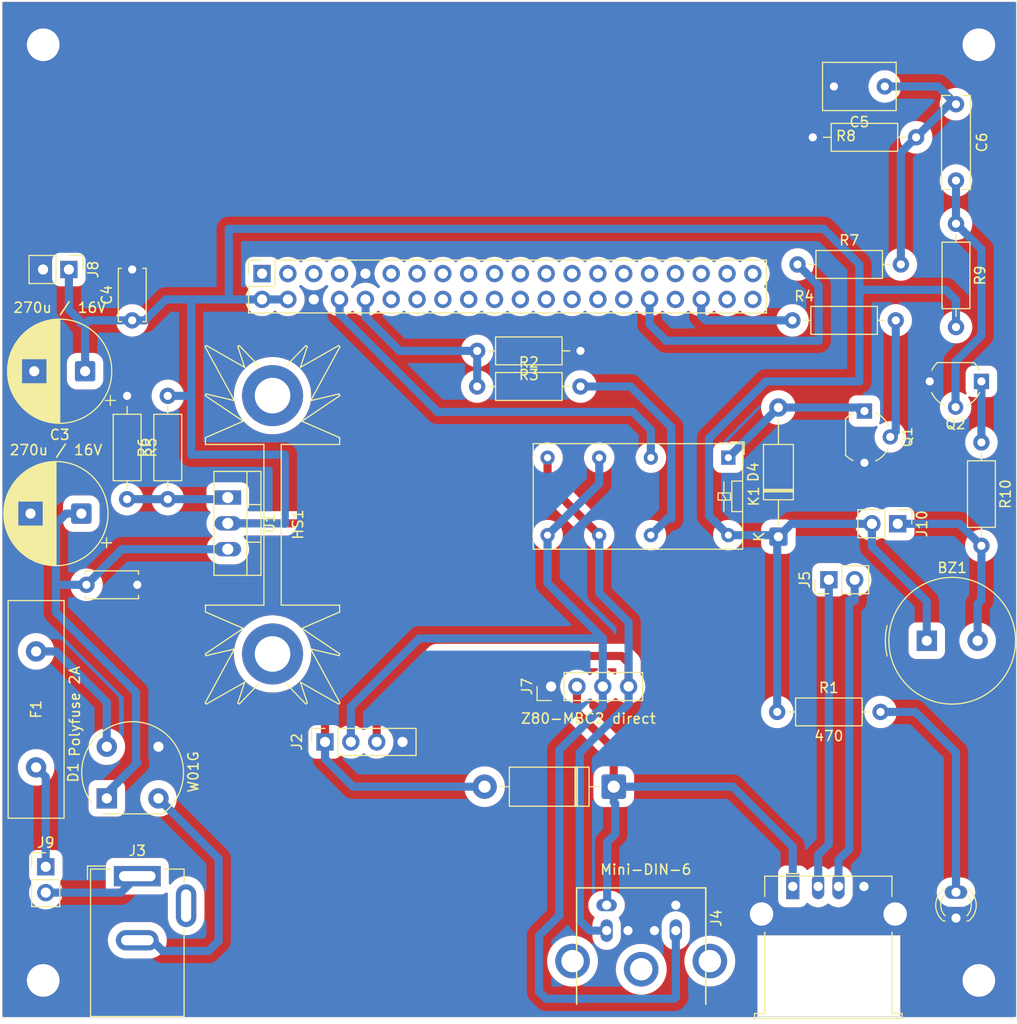
<source format=kicad_pcb>
(kicad_pcb (version 20241229) (generator "pcbnew") (generator_version "9.0")
  (title_block (date "15 nov 2012"))
  (layers (0 "F.Cu" signal) (2 "B.Cu" signal) (13 "F.Paste" user) (15 "B.Paste" user) (5 "F.SilkS" user "F.Silkscreen") (7 "B.SilkS" user "B.Silkscreen") (1 "F.Mask" user) (3 "B.Mask" user) (25 "Edge.Cuts" user))
  (net 0 "")
  (net 1 "GND")
  (net 2 "/GPIO2{slash}SDA1")
  (net 3 "/GPIO3{slash}SCL1")
  (net 4 "/GPIO4{slash}GPCLK0")
  (net 5 "/GPIO14{slash}TXD0")
  (net 6 "/GPIO15{slash}RXD0")
  (net 7 "/GPIO17")
  (net 8 "/GPIO18{slash}PCM.CLK")
  (net 9 "/GPIO27")
  (net 10 "/GPIO22")
  (net 11 "/GPIO23")
  (net 12 "/GPIO26")
  (net 13 "/GPIO24")
  (net 14 "/GPIO10{slash}SPI0.MOSI")
  (net 15 "/GPIO9{slash}SPI0.MISO")
  (net 16 "/GPIO25")
  (net 17 "/GPIO11{slash}SPI0.SCLK")
  (net 18 "/GPIO8{slash}SPI0.CE0")
  (net 19 "/GPIO7{slash}SPI0.CE1")
  (net 20 "/ID_SDA")
  (net 21 "/ID_SCL")
  (net 22 "/GPIO5")
  (net 23 "/GPIO6")
  (net 24 "Net-(C5-Pad1)")
  (net 25 "/GPIO13{slash}PWM1")
  (net 26 "/GPIO19{slash}PCM.FS")
  (net 27 "/GPIO16")
  (net 28 "/GPIO20{slash}PCM.DIN")
  (net 29 "/GPIO21{slash}PCM.DOUT")
  (net 30 "+5V")
  (net 31 "+3V3")
  (net 35 "Net-(D1-+)")
  (net 36 "Net-(J3-Ext)")
  (net 37 "Net-(D1-Pad4)")
  (net 38 "Net-(J3-In)")
  (net 39 "Net-(J5-Pin_1)")
  (net 40 "Net-(J5-Pin_2)")
  (net 41 "Net-(D3-K)")
  (net 48 "Net-(J9-Pin_1)")
  (net 49 "Net-(J2-Pin_3)")
  (net 50 "Net-(J2-Pin_2)")
  (net 51 "Net-(D4-A)")
  (net 52 "Net-(Q1-B)")
  (net 53 "Net-(D2-A)")
  (net 54 "Net-(U1-ADJ)")
  (net 55 "Net-(Q2-B)")
  (net 56 "Sound")
  (net 57 "Net-(Q2-C)")
  (net 58 "Net-(K1-Pad13)")
  (net 59 "Net-(BZ1--)")
  (footprint "Connector_PinSocket_2.54mm:PinSocket_2x20_P2.54mm_Vertical" (layer "F.Cu") (at 124.77 95.4 90)
    (property "Reference" "J1" (hide yes))
    (property "Value" "GPIO" (hide yes))
    (pad "1" thru_hole rect (at 0 0 90) (size 1.7 1.7) (drill 1) (layers "*.Cu" "*.Mask") (net 31 "+3V3"))
    (pad "2" thru_hole oval (at -2.54 0 90) (size 1.7 1.7) (drill 1) (layers "*.Cu" "*.Mask") (net 30 "+5V"))
    (pad "3" thru_hole oval (at 0 2.54 90) (size 1.7 1.7) (drill 1) (layers "*.Cu" "*.Mask") (net 2 "/GPIO2{slash}SDA1"))
    (pad "4" thru_hole oval (at -2.54 2.54 90) (size 1.7 1.7) (drill 1) (layers "*.Cu" "*.Mask") (net 30 "+5V"))
    (pad "5" thru_hole oval (at 0 5.08 90) (size 1.7 1.7) (drill 1) (layers "*.Cu" "*.Mask") (net 3 "/GPIO3{slash}SCL1"))
    (pad "6" thru_hole oval (at -2.54 5.08 90) (size 1.7 1.7) (drill 1) (layers "*.Cu" "*.Mask") (net 1 "GND"))
    (pad "7" thru_hole oval (at 0 7.62 90) (size 1.7 1.7) (drill 1) (layers "*.Cu" "*.Mask") (net 4 "/GPIO4{slash}GPCLK0"))
    (pad "8" thru_hole oval (at -2.54 7.62 90) (size 1.7 1.7) (drill 1) (layers "*.Cu" "*.Mask") (net 5 "/GPIO14{slash}TXD0"))
    (pad "9" thru_hole oval (at 0 10.16 90) (size 1.7 1.7) (drill 1) (layers "*.Cu" "*.Mask") (net 1 "GND"))
    (pad "10" thru_hole oval (at -2.54 10.16 90) (size 1.7 1.7) (drill 1) (layers "*.Cu" "*.Mask") (net 6 "/GPIO15{slash}RXD0"))
    (pad "11" thru_hole oval (at 0 12.7 90) (size 1.7 1.7) (drill 1) (layers "*.Cu" "*.Mask") (net 7 "/GPIO17"))
    (pad "12" thru_hole oval (at -2.54 12.7 90) (size 1.7 1.7) (drill 1) (layers "*.Cu" "*.Mask") (net 8 "/GPIO18{slash}PCM.CLK"))
    (pad "13" thru_hole oval (at 0 15.24 90) (size 1.7 1.7) (drill 1) (layers "*.Cu" "*.Mask") (net 9 "/GPIO27"))
    (pad "14" thru_hole oval (at -2.54 15.24 90) (size 1.7 1.7) (drill 1) (layers "*.Cu" "*.Mask"))
    (pad "15" thru_hole oval (at 0 17.78 90) (size 1.7 1.7) (drill 1) (layers "*.Cu" "*.Mask") (net 10 "/GPIO22"))
    (pad "16" thru_hole oval (at -2.54 17.78 90) (size 1.7 1.7) (drill 1) (layers "*.Cu" "*.Mask") (net 11 "/GPIO23"))
    (pad "17" thru_hole oval (at 0 20.32 90) (size 1.7 1.7) (drill 1) (layers "*.Cu" "*.Mask"))
    (pad "18" thru_hole oval (at -2.54 20.32 90) (size 1.7 1.7) (drill 1) (layers "*.Cu" "*.Mask") (net 13 "/GPIO24"))
    (pad "19" thru_hole oval (at 0 22.86 90) (size 1.7 1.7) (drill 1) (layers "*.Cu" "*.Mask") (net 14 "/GPIO10{slash}SPI0.MOSI"))
    (pad "20" thru_hole oval (at -2.54 22.86 90) (size 1.7 1.7) (drill 1) (layers "*.Cu" "*.Mask"))
    (pad "21" thru_hole oval (at 0 25.4 90) (size 1.7 1.7) (drill 1) (layers "*.Cu" "*.Mask") (net 15 "/GPIO9{slash}SPI0.MISO"))
    (pad "22" thru_hole oval (at -2.54 25.4 90) (size 1.7 1.7) (drill 1) (layers "*.Cu" "*.Mask") (net 16 "/GPIO25"))
    (pad "23" thru_hole oval (at 0 27.94 90) (size 1.7 1.7) (drill 1) (layers "*.Cu" "*.Mask") (net 17 "/GPIO11{slash}SPI0.SCLK"))
    (pad "24" thru_hole oval (at -2.54 27.94 90) (size 1.7 1.7) (drill 1) (layers "*.Cu" "*.Mask") (net 18 "/GPIO8{slash}SPI0.CE0"))
    (pad "25" thru_hole oval (at 0 30.48 90) (size 1.7 1.7) (drill 1) (layers "*.Cu" "*.Mask"))
    (pad "26" thru_hole oval (at -2.54 30.48 90) (size 1.7 1.7) (drill 1) (layers "*.Cu" "*.Mask") (net 19 "/GPIO7{slash}SPI0.CE1"))
    (pad "27" thru_hole oval (at 0 33.02 90) (size 1.7 1.7) (drill 1) (layers "*.Cu" "*.Mask") (net 20 "/ID_SDA"))
    (pad "28" thru_hole oval (at -2.54 33.02 90) (size 1.7 1.7) (drill 1) (layers "*.Cu" "*.Mask") (net 21 "/ID_SCL"))
    (pad "29" thru_hole oval (at 0 35.56 90) (size 1.7 1.7) (drill 1) (layers "*.Cu" "*.Mask") (net 22 "/GPIO5"))
    (pad "30" thru_hole oval (at -2.54 35.56 90) (size 1.7 1.7) (drill 1) (layers "*.Cu" "*.Mask"))
    (pad "31" thru_hole oval (at 0 38.1 90) (size 1.7 1.7) (drill 1) (layers "*.Cu" "*.Mask") (net 23 "/GPIO6"))
    (pad "32" thru_hole oval (at -2.54 38.1 90) (size 1.7 1.7) (drill 1) (layers "*.Cu" "*.Mask") (net 56 "Sound"))
    (pad "33" thru_hole oval (at 0 40.64 90) (size 1.7 1.7) (drill 1) (layers "*.Cu" "*.Mask") (net 25 "/GPIO13{slash}PWM1"))
    (pad "34" thru_hole oval (at -2.54 40.64 90) (size 1.7 1.7) (drill 1) (layers "*.Cu" "*.Mask"))
    (pad "35" thru_hole oval (at 0 43.18 90) (size 1.7 1.7) (drill 1) (layers "*.Cu" "*.Mask") (net 26 "/GPIO19{slash}PCM.FS"))
    (pad "36" thru_hole oval (at -2.54 43.18 90) (size 1.7 1.7) (drill 1) (layers "*.Cu" "*.Mask") (net 27 "/GPIO16"))
    (pad "37" thru_hole oval (at 0 45.72 90) (size 1.7 1.7) (drill 1) (layers "*.Cu" "*.Mask") (net 12 "/GPIO26"))
    (pad "38" thru_hole oval (at -2.54 45.72 90) (size 1.7 1.7) (drill 1) (layers "*.Cu" "*.Mask") (net 28 "/GPIO20{slash}PCM.DIN"))
    (pad "39" thru_hole oval (at 0 48.26 90) (size 1.7 1.7) (drill 1) (layers "*.Cu" "*.Mask"))
    (pad "40" thru_hole oval (at -2.54 48.26 90) (size 1.7 1.7) (drill 1) (layers "*.Cu" "*.Mask") (net 29 "/GPIO21{slash}PCM.DOUT"))
  )
  (footprint "Resistor_THT:R_Axial_DIN0207_L6.3mm_D2.5mm_P10.16mm_Horizontal" (layer "F.Cu") (at 111.5 107.42 -90)
    (property "Reference" "R5" (at 5.08 -2.37 90) (layer "F.SilkS"))
    (property "Value" "720")
    (pad "1" thru_hole circle (at 0 0 270) (size 1.6 1.6) (drill 0.8) (layers "*.Cu" "*.Mask") (net 1 "GND"))
    (pad "2" thru_hole circle (at 10.16 0 270) (size 1.6 1.6) (drill 0.8) (layers "*.Cu" "*.Mask") (net 54 "Net-(U1-ADJ)"))
  )
  (footprint "MountingHole:MountingHole_3.2mm_M3" (layer "F.Cu") (at 103.25 164.9)
    (property "Reference" "H3" (hide yes))
    (property "Value" "MountingHole" (hide yes))
    (pad "" np_thru_hole circle (at 0 0) (size 3.2 3.2) (drill 3.2) (layers "*.Cu" "*.Mask"))
  )
  (footprint "Connector_PinSocket_2.54mm:PinSocket_1x04_P2.54mm_Vertical" (layer "F.Cu") (at 130.96 141.45 90)
    (property "Reference" "J2" (at 0 -2.77 90) (layer "F.SilkS"))
    (property "Value" "RS232" (hide yes))
    (pad "1" thru_hole rect (at 0 0 90) (size 1.7 1.7) (drill 1) (layers "*.Cu" "*.Mask") (net 30 "+5V"))
    (pad "2" thru_hole circle (at 0 2.54 90) (size 1.7 1.7) (drill 1) (layers "*.Cu" "*.Mask") (net 50 "Net-(J2-Pin_2)"))
    (pad "3" thru_hole circle (at 0 5.08 90) (size 1.7 1.7) (drill 1) (layers "*.Cu" "*.Mask") (net 49 "Net-(J2-Pin_3)"))
    (pad "4" thru_hole circle (at 0 7.62 90) (size 1.7 1.7) (drill 1) (layers "*.Cu" "*.Mask") (net 1 "GND"))
  )
  (footprint "Package_TO_SOT_THT:TO-92_Wide" (layer "F.Cu") (at 184 108.92 -90)
    (property "Reference" "Q1" (at 2.55 -4.19 90) (layer "F.SilkS"))
    (property "Value" "BC547")
    (pad "1" thru_hole rect (at 0 0 270) (size 1.5 1.5) (drill 0.8) (layers "*.Cu" "*.Mask") (net 51 "Net-(D4-A)"))
    (pad "2" thru_hole circle (at 2.54 -2.54 270) (size 1.5 1.5) (drill 0.8) (layers "*.Cu" "*.Mask") (net 52 "Net-(Q1-B)"))
    (pad "3" thru_hole circle (at 5.08 0 270) (size 1.5 1.5) (drill 0.8) (layers "*.Cu" "*.Mask") (net 1 "GND"))
  )
  (footprint "Capacitor_THT:C_Rect_L9.0mm_W2.6mm_P7.50mm_MKT" (layer "F.Cu") (at 193 78.75 -90)
    (property "Reference" "C6" (at 3.75 -2.55 90) (layer "F.SilkS"))
    (property "Value" "10u")
    (pad "1" thru_hole circle (at 0 0 270) (size 1.6 1.6) (drill 0.8) (layers "*.Cu" "*.Mask") (net 24 "Net-(C5-Pad1)"))
    (pad "2" thru_hole circle (at 7.5 0 270) (size 1.6 1.6) (drill 0.8) (layers "*.Cu" "*.Mask") (net 55 "Net-(Q2-B)"))
  )
  (footprint "Package_TO_SOT_THT:TO-220-3_Vertical" (layer "F.Cu") (at 121.4 117.42 -90)
    (property "Reference" "U1" (at 2.54 -4.1 90) (layer "F.SilkS"))
    (property "Value" "LM350_TO220")
    (pad "1" thru_hole rect (at 0 0 270) (size 1.4 2.6) (drill 1.1) (layers "*.Cu" "*.Mask") (net 54 "Net-(U1-ADJ)"))
    (pad "2" thru_hole oval (at 2.54 0 270) (size 1.4 2.6) (drill 1.1) (layers "*.Cu" "*.Mask") (net 30 "+5V"))
    (pad "3" thru_hole oval (at 5.08 0 270) (size 1.4 2.6) (drill 1.1) (layers "*.Cu" "*.Mask") (net 35 "Net-(D1-+)"))
  )
  (footprint "Capacitor_THT:C_Rect_L7.0mm_W4.5mm_P5.00mm" (layer "F.Cu") (at 186 77 180)
    (property "Reference" "C5" (at 2.5 -3.5 0) (layer "F.SilkS"))
    (property "Value" "33n")
    (pad "1" thru_hole circle (at 0 0 180) (size 1.6 1.6) (drill 0.8) (layers "*.Cu" "*.Mask") (net 24 "Net-(C5-Pad1)"))
    (pad "2" thru_hole circle (at 5 0 180) (size 1.6 1.6) (drill 0.8) (layers "*.Cu" "*.Mask") (net 1 "GND"))
  )
  (footprint "Capacitor_THT:CP_Radial_D10.0mm_P5.00mm" (layer "F.Cu") (at 107.367677 105 180)
    (property "Reference" "C3" (at 2.5 -6.25 0) (layer "F.SilkS"))
    (property "Value" "270u / 16V" (at 2.5 6.25 0) (layer "F.SilkS"))
    (pad "1" thru_hole roundrect (at 0 0 180) (size 2 2) (drill 1) (layers "*.Cu" "*.Mask") (roundrect_rratio 0.125) (net 30 "+5V"))
    (pad "2" thru_hole circle (at 5 0 180) (size 2 2) (drill 1) (layers "*.Cu" "*.Mask") (net 1 "GND"))
  )
  (footprint "Fuse:Fuse_Littelfuse-LVR125" (layer "F.Cu") (at 102.55 143.95 90)
    (property "Reference" "F1" (at 5.7 0 90) (layer "F.SilkS"))
    (property "Value" "Polyfuse 2A" (at 5.5 3.8 90) (layer "F.SilkS"))
    (pad "1" thru_hole circle (at 0 0 90) (size 2 2) (drill 1) (layers "*.Cu" "*.Mask") (net 48 "Net-(J9-Pin_1)"))
    (pad "2" thru_hole circle (at 11.4 0 90) (size 2 2) (drill 1) (layers "*.Cu" "*.Mask") (net 37 "Net-(D1-Pad4)"))
  )
  (footprint "Mini_DIN6:J_Mini-DIN-6" (layer "F.Cu") (at 162.05 168.5 180)
    (property "Reference" "J4" (at -7.3795 9.7252 90) (layer "F.SilkS"))
    (property "Value" "Mini-DIN-6" (at -0.45 14.5 0) (layer "F.SilkS"))
    (pad "1" thru_hole oval (at -1.3 8.5 180) (size 1.2 2.2) (drill 0.9) (layers "*.Cu" "*.Mask") (net 1 "GND"))
    (pad "2" thru_hole oval (at 1.3 8.5 180) (size 1.2 2.2) (drill 0.9) (layers "*.Cu" "*.Mask") (net 1 "GND"))
    (pad "3" thru_hole oval (at -3.4 8.5 180) (size 1.2 2.2) (drill 0.9) (layers "*.Cu" "*.Mask") (net 50 "Net-(J2-Pin_2)"))
    (pad "4" thru_hole oval (at 3.4 8.5 180) (size 1.2 2.2) (drill 0.9) (layers "*.Cu" "*.Mask") (net 49 "Net-(J2-Pin_3)"))
    (pad "5" thru_hole oval (at -3.4 11 180) (size 2 1.2) (drill 0.9) (layers "*.Cu" "*.Mask") (net 1 "GND"))
    (pad "6" thru_hole oval (at 3.4 11 180) (size 2 1.2) (drill 0.9) (layers "*.Cu" "*.Mask") (net 41 "Net-(D3-K)"))
    (pad "C1" thru_hole circle (at -6.75 5.5 180) (size 3.4 3.4) (drill 2.2) (layers "*.Cu" "*.Mask"))
    (pad "C2" thru_hole circle (at 6.75 5.5 180) (size 3.4 3.4) (drill 2.2) (layers "*.Cu" "*.Mask"))
    (pad "SH" thru_hole circle (at 0 4.7 180) (size 3.4 3.4) (drill 2.2) (layers "*.Cu" "*.Mask"))
  )
  (footprint "LED_THT:LED_D3.0mm" (layer "F.Cu") (at 193 158.77 90)
    (property "Reference" "D2" (hide yes))
    (property "Value" "Power")
    (pad "1" thru_hole rect (at 0 0 90) (size 1.3 2.2) (drill 0.9) (layers "*.Cu" "*.Mask") (net 1 "GND"))
    (pad "2" thru_hole oval (at 2.54 0 90) (size 1.3 2.2) (drill 0.9) (layers "*.Cu" "*.Mask") (net 53 "Net-(D2-A)"))
  )
  (footprint "Package_TO_SOT_THT:TO-92_Wide" (layer "F.Cu") (at 195.5 106 180)
    (property "Reference" "Q2" (at 2.55 -4.19 180) (layer "F.SilkS"))
    (property "Value" "BC550")
    (pad "1" thru_hole rect (at 0 0 180) (size 1.5 1.5) (drill 0.8) (layers "*.Cu" "*.Mask") (net 57 "Net-(Q2-C)"))
    (pad "2" thru_hole circle (at 2.54 -2.54 180) (size 1.5 1.5) (drill 0.8) (layers "*.Cu" "*.Mask") (net 55 "Net-(Q2-B)"))
    (pad "3" thru_hole circle (at 5.08 0 180) (size 1.5 1.5) (drill 0.8) (layers "*.Cu" "*.Mask") (net 1 "GND"))
  )
  (footprint "Resistor_THT:R_Axial_DIN0207_L6.3mm_D2.5mm_P10.16mm_Horizontal" (layer "F.Cu") (at 178.92 82)
    (property "Reference" "R8" (at 3.26 -0.13 0) (layer "F.SilkS"))
    (property "Value" "150")
    (pad "1" thru_hole circle (at 0 0) (size 1.6 1.6) (drill 0.8) (layers "*.Cu" "*.Mask") (net 1 "GND"))
    (pad "2" thru_hole circle (at 10.16 0) (size 1.6 1.6) (drill 0.8) (layers "*.Cu" "*.Mask") (net 24 "Net-(C5-Pad1)"))
  )
  (footprint "Resistor_THT:R_Axial_DIN0207_L6.3mm_D2.5mm_P10.16mm_Horizontal" (layer "F.Cu") (at 156.08 103 180)
    (property "Reference" "R3" (at 5.08 -2.37 0) (layer "F.SilkS"))
    (property "Value" "1.5k" (hide yes))
    (pad "1" thru_hole circle (at 0 0 180) (size 1.6 1.6) (drill 0.8) (layers "*.Cu" "*.Mask") (net 1 "GND"))
    (pad "2" thru_hole circle (at 10.16 0 180) (size 1.6 1.6) (drill 0.8) (layers "*.Cu" "*.Mask") (net 6 "/GPIO15{slash}RXD0"))
  )
  (footprint "MountingHole:MountingHole_3.2mm_M3" (layer "F.Cu") (at 195.25 72.9)
    (property "Reference" "H2" (hide yes))
    (property "Value" "MountingHole" (hide yes))
    (pad "" np_thru_hole circle (at 0 0) (size 3.2 3.2) (drill 3.2) (layers "*.Cu" "*.Mask"))
  )
  (footprint "Connector_PinHeader_2.54mm:PinHeader_1x02_P2.54mm_Vertical" (layer "F.Cu") (at 105.775 95 -90)
    (property "Reference" "J8" (at 0 -2.38 90) (layer "F.SilkS"))
    (property "Value" "LCD Power")
    (pad "1" thru_hole rect (at 0 0 270) (size 1.7 1.7) (drill 1) (layers "*.Cu" "*.Mask") (net 30 "+5V"))
    (pad "2" thru_hole circle (at 0 2.54 270) (size 1.7 1.7) (drill 1) (layers "*.Cu" "*.Mask") (net 1 "GND"))
  )
  (footprint "MountingHole:MountingHole_3.2mm_M3" (layer "F.Cu") (at 103.25 72.9)
    (property "Reference" "H1" (hide yes))
    (property "Value" "MountingHole" (hide yes))
    (pad "" np_thru_hole circle (at 0 0) (size 3.2 3.2) (drill 3.2) (layers "*.Cu" "*.Mask"))
  )
  (footprint "Connector_BarrelJack:BarrelJack_GCT_DCJ200-10-A_Horizontal" (layer "F.Cu") (at 112.5 154.65)
    (property "Reference" "J3" (at 0 -2.5 0) (layer "F.SilkS"))
    (property "Value" "Ext. Power max,. 9V DC/AC")
    (pad "1" thru_hole rect (at 0 0) (size 4.6 2) (drill oval 3.6 1) (layers "*.Cu" "*.Mask") (net 38 "Net-(J3-In)"))
    (pad "2" thru_hole oval (at 0 6.3) (size 4.2 2) (drill oval 3.2 1) (layers "*.Cu" "*.Mask") (net 36 "Net-(J3-Ext)"))
    (pad "3" thru_hole oval (at 4.8 2.9) (size 2 4.2) (drill oval 1 3.2) (layers "*.Cu" "*.Mask"))
  )
  (footprint "Relay_THT:Relay_DPDT_Omron_G5V-2" (layer "F.Cu") (at 170.62 113.5 -90)
    (property "Reference" "K1" (at 3.81 -2.5 90) (layer "F.SilkS"))
    (property "Value" "G5V-2" (hide yes))
    (pad "1" thru_hole rect (at 0 0 270) (size 1.4 1.4) (drill 0.7) (layers "*.Cu" "*.Mask") (net 51 "Net-(D4-A)"))
    (pad "4" thru_hole circle (at 0 7.62 270) (size 1.4 1.4) (drill 0.7) (layers "*.Cu" "*.Mask") (net 5 "/GPIO14{slash}TXD0"))
    (pad "6" thru_hole circle (at 0 12.7 270) (size 1.4 1.4) (drill 0.7) (layers "*.Cu" "*.Mask") (net 50 "Net-(J2-Pin_2)"))
    (pad "8" thru_hole circle (at 0 17.78 270) (size 1.4 1.4) (drill 0.7) (layers "*.Cu" "*.Mask") (net 49 "Net-(J2-Pin_3)"))
    (pad "9" thru_hole circle (at 7.62 17.78 270) (size 1.4 1.4) (drill 0.7) (layers "*.Cu" "*.Mask") (net 50 "Net-(J2-Pin_2)"))
    (pad "11" thru_hole circle (at 7.62 12.7 270) (size 1.4 1.4) (drill 0.7) (layers "*.Cu" "*.Mask") (net 49 "Net-(J2-Pin_3)"))
    (pad "13" thru_hole circle (at 7.62 7.62 270) (size 1.4 1.4) (drill 0.7) (layers "*.Cu" "*.Mask") (net 58 "Net-(K1-Pad13)"))
    (pad "16" thru_hole circle (at 7.62 0 270) (size 1.4 1.4) (drill 0.7) (layers "*.Cu" "*.Mask") (net 30 "+5V"))
  )
  (footprint "Resistor_THT:R_Axial_DIN0207_L6.3mm_D2.5mm_P10.16mm_Horizontal" (layer "F.Cu") (at 176.92 100)
    (property "Reference" "R4" (at 1.16 -2.37 0) (layer "F.SilkS"))
    (property "Value" "1k")
    (pad "1" thru_hole circle (at 0 0) (size 1.6 1.6) (drill 0.8) (layers "*.Cu" "*.Mask") (net 27 "/GPIO16"))
    (pad "2" thru_hole circle (at 10.16 0) (size 1.6 1.6) (drill 0.8) (layers "*.Cu" "*.Mask") (net 52 "Net-(Q1-B)"))
  )
  (footprint "Connector_PinHeader_2.54mm:PinHeader_1x02_P2.54mm_Vertical" (layer "F.Cu") (at 180.5 125.5 90)
    (property "Reference" "J5" (at 0 -2.38 90) (layer "F.SilkS"))
    (property "Value" "to Testpins 22(DM) and TP23(DP)")
    (pad "1" thru_hole rect (at 0 0 90) (size 1.7 1.7) (drill 1) (layers "*.Cu" "*.Mask") (net 39 "Net-(J5-Pin_1)"))
    (pad "2" thru_hole circle (at 0 2.54 90) (size 1.7 1.7) (drill 1) (layers "*.Cu" "*.Mask") (net 40 "Net-(J5-Pin_2)"))
  )
  (footprint "Buzzer_Beeper:Buzzer_TDK_PS1240P02BT_D12.2mm_H6.5mm" (layer "F.Cu") (at 190.129216 131.5)
    (property "Reference" "BZ1" (at 2.5 -7.17 0) (layer "F.SilkS"))
    (property "Value" "Buzzer")
    (pad "1" thru_hole rect (at 0 0) (size 2 2) (drill 1) (layers "*.Cu" "*.Mask") (net 30 "+5V"))
    (pad "2" thru_hole circle (at 5 0) (size 2 2) (drill 1) (layers "*.Cu" "*.Mask") (net 59 "Net-(BZ1--)"))
  )
  (footprint "Capacitor_THT:C_Disc_D5.0mm_W2.5mm_P5.00mm" (layer "F.Cu") (at 107.5 126)
    (property "Reference" "C2" (hide yes))
    (property "Value" "0,1u" (hide yes))
    (pad "1" thru_hole circle (at 0 0) (size 1.6 1.6) (drill 0.8) (layers "*.Cu" "*.Mask") (net 35 "Net-(D1-+)"))
    (pad "2" thru_hole circle (at 5 0) (size 1.6 1.6) (drill 0.8) (layers "*.Cu" "*.Mask") (net 1 "GND"))
  )
  (footprint "Diode_THT:Diode_Bridge_Round_D9.8mm" (layer "F.Cu") (at 109.5 147 90)
    (property "Reference" "D1" (at 2.54 -3.302 90) (layer "F.SilkS"))
    (property "Value" "W01G" (at 2.6035 8.509 90) (layer "F.SilkS"))
    (pad "1" thru_hole rect (at 0 0 90) (size 2 2) (drill 1) (layers "*.Cu" "*.Mask") (net 35 "Net-(D1-+)"))
    (pad "2" thru_hole oval (at 0 5.08 90) (size 2 2) (drill 1) (layers "*.Cu" "*.Mask") (net 36 "Net-(J3-Ext)"))
    (pad "3" thru_hole oval (at 5.08 5.08 90) (size 2 2) (drill 1) (layers "*.Cu" "*.Mask") (net 1 "GND"))
    (pad "4" thru_hole oval (at 5.08 0 90) (size 2 2) (drill 1) (layers "*.Cu" "*.Mask") (net 37 "Net-(D1-Pad4)"))
  )
  (footprint "Diode_THT:D_A-405_P12.70mm_Horizontal" (layer "F.Cu") (at 175.54 121.27 90)
    (property "Reference" "D4" (at 6.35 -2.47 90) (layer "F.SilkS"))
    (property "Value" "1N4148")
    (fp_text user "K" (at 0 -1.9 90) (layer "F.SilkS"))
    (pad "1" thru_hole roundrect (at 0 0 90) (size 1.8 1.8) (drill 0.9) (layers "*.Cu" "*.Mask") (roundrect_rratio 0.138889) (net 30 "+5V"))
    (pad "2" thru_hole circle (at 12.7 0 90) (size 1.8 1.8) (drill 0.9) (layers "*.Cu" "*.Mask") (net 51 "Net-(D4-A)"))
  )
  (footprint "Diode_THT:D_DO-15_P12.70mm_Horizontal" (layer "F.Cu") (at 159.35 145.85 180)
    (property "Reference" "D3" (hide yes))
    (property "Value" "D_Schottky" (hide yes))
    (pad "1" thru_hole roundrect (at 0 0 180) (size 2.4 2.4) (drill 1.2) (layers "*.Cu" "*.Mask") (roundrect_rratio 0.104167) (net 41 "Net-(D3-K)"))
    (pad "2" thru_hole circle (at 12.7 0 180) (size 2.4 2.4) (drill 1.2) (layers "*.Cu" "*.Mask") (net 30 "+5V"))
  )
  (footprint "Connector_PinHeader_2.54mm:PinHeader_1x02_P2.54mm_Vertical" (layer "F.Cu") (at 187.275 120 -90)
    (property "Reference" "J10" (at 0 -2.38 90) (layer "F.SilkS"))
    (property "Value" "8 Ohm Speaker")
    (pad "1" thru_hole rect (at 0 0 270) (size 1.7 1.7) (drill 1) (layers "*.Cu" "*.Mask") (net 59 "Net-(BZ1--)"))
    (pad "2" thru_hole circle (at 0 2.54 270) (size 1.7 1.7) (drill 1) (layers "*.Cu" "*.Mask") (net 30 "+5V"))
  )
  (footprint "Resistor_THT:R_Axial_DIN0207_L6.3mm_D2.5mm_P10.16mm_Horizontal" (layer "F.Cu") (at 175.42 138.5)
    (property "Reference" "R1" (at 5.08 -2.37 0) (layer "F.SilkS"))
    (property "Value" "470" (at 5.08 2.37 0) (layer "F.SilkS"))
    (pad "1" thru_hole circle (at 0 0) (size 1.6 1.6) (drill 0.8) (layers "*.Cu" "*.Mask") (net 30 "+5V"))
    (pad "2" thru_hole circle (at 10.16 0) (size 1.6 1.6) (drill 0.8) (layers "*.Cu" "*.Mask") (net 53 "Net-(D2-A)"))
  )
  (footprint "Resistor_THT:R_Axial_DIN0207_L6.3mm_D2.5mm_P10.16mm_Horizontal" (layer "F.Cu") (at 195.5 112 -90)
    (property "Reference" "R10" (at 5.08 -2.37 90) (layer "F.SilkS"))
    (property "Value" "10")
    (pad "1" thru_hole circle (at 0 0 270) (size 1.6 1.6) (drill 0.8) (layers "*.Cu" "*.Mask") (net 57 "Net-(Q2-C)"))
    (pad "2" thru_hole circle (at 10.16 0 270) (size 1.6 1.6) (drill 0.8) (layers "*.Cu" "*.Mask") (net 59 "Net-(BZ1--)"))
  )
  (footprint "Connector_PinHeader_2.54mm:PinHeader_1x04_P2.54mm_Vertical" (layer "F.Cu") (at 153.19 136 90)
    (property "Reference" "J7" (at 0 -2.38 90) (layer "F.SilkS"))
    (property "Value" "Z80-MBC2 direct" (at -3.15 3.66 0) (layer "F.SilkS"))
    (pad "1" thru_hole rect (at 0 0 90) (size 1.7 1.7) (drill 1) (layers "*.Cu" "*.Mask") (net 1 "GND"))
    (pad "2" thru_hole circle (at 0 2.54 90) (size 1.7 1.7) (drill 1) (layers "*.Cu" "*.Mask") (net 41 "Net-(D3-K)"))
    (pad "3" thru_hole circle (at 0 5.08 90) (size 1.7 1.7) (drill 1) (layers "*.Cu" "*.Mask") (net 50 "Net-(J2-Pin_2)"))
    (pad "4" thru_hole circle (at 0 7.62 90) (size 1.7 1.7) (drill 1) (layers "*.Cu" "*.Mask") (net 49 "Net-(J2-Pin_3)"))
  )
  (footprint "Resistor_THT:R_Axial_DIN0207_L6.3mm_D2.5mm_P10.16mm_Horizontal" (layer "F.Cu") (at 193 90.5 -90)
    (property "Reference" "R9" (at 5.08 -2.37 90) (layer "F.SilkS"))
    (property "Value" "15k")
    (pad "1" thru_hole circle (at 0 0 270) (size 1.6 1.6) (drill 0.8) (layers "*.Cu" "*.Mask") (net 55 "Net-(Q2-B)"))
    (pad "2" thru_hole circle (at 10.16 0 270) (size 1.6 1.6) (drill 0.8) (layers "*.Cu" "*.Mask") (net 30 "+5V"))
  )
  (footprint "Capacitor_THT:CP_Radial_D10.0mm_P5.00mm" (layer "F.Cu") (at 107 119 180)
    (property "Reference" "C1" (at 3.4 -3.05 0) (layer "F.SilkS"))
    (property "Value" "270u / 16V" (at 2.5 6.25 0) (layer "F.SilkS"))
    (pad "1" thru_hole roundrect (at 0 0 180) (size 2 2) (drill 1) (layers "*.Cu" "*.Mask") (roundrect_rratio 0.125) (net 35 "Net-(D1-+)"))
    (pad "2" thru_hole circle (at 5 0 180) (size 2 2) (drill 1) (layers "*.Cu" "*.Mask") (net 1 "GND"))
  )
  (footprint "Connector_USB:USB_A_Stewart_SS-52100-001_Horizontal" (layer "F.Cu") (at 176.95 155.66)
    (property "Reference" "J6" (hide yes))
    (property "Value" "USB_A")
    (pad "1" thru_hole rect (at 0 0) (size 1.3 2.5) (drill 0.92) (layers "*.Cu" "*.Mask") (net 41 "Net-(D3-K)"))
    (pad "2" thru_hole oval (at 2.5 0) (size 1.2 2.5) (drill 0.92) (layers "*.Cu" "*.Mask") (net 39 "Net-(J5-Pin_1)"))
    (pad "3" thru_hole oval (at 4.5 0) (size 1.2 2.5) (drill 0.92) (layers "*.Cu" "*.Mask") (net 40 "Net-(J5-Pin_2)"))
    (pad "4" thru_hole oval (at 7 0) (size 1.5 2.5) (drill 0.92) (layers "*.Cu" "*.Mask") (net 1 "GND"))
    (pad "5" thru_hole circle (at -3.07 2.71) (size 3 3) (drill 2.3) (layers "*.Cu" "*.Mask") (net 1 "GND"))
    (pad "5" thru_hole circle (at 10.07 2.71) (size 3 3) (drill 2.3) (layers "*.Cu" "*.Mask") (net 1 "GND"))
  )
  (footprint "Capacitor_THT:C_Disc_D5.0mm_W2.5mm_P5.00mm" (layer "F.Cu") (at 112 100 90)
    (property "Reference" "C4" (at 2.5 -2.5 90) (layer "F.SilkS"))
    (property "Value" "0,1u")
    (pad "1" thru_hole circle (at 0 0 90) (size 1.6 1.6) (drill 0.8) (layers "*.Cu" "*.Mask") (net 30 "+5V"))
    (pad "2" thru_hole circle (at 5 0 90) (size 1.6 1.6) (drill 0.8) (layers "*.Cu" "*.Mask") (net 1 "GND"))
  )
  (footprint "Resistor_THT:R_Axial_DIN0207_L6.3mm_D2.5mm_P10.16mm_Horizontal" (layer "F.Cu") (at 115.5 117.58 90)
    (property "Reference" "R6" (at 5.08 -2.37 90) (layer "F.SilkS"))
    (property "Value" "240")
    (pad "1" thru_hole circle (at 0 0 90) (size 1.6 1.6) (drill 0.8) (layers "*.Cu" "*.Mask") (net 54 "Net-(U1-ADJ)"))
    (pad "2" thru_hole circle (at 10.16 0 90) (size 1.6 1.6) (drill 0.8) (layers "*.Cu" "*.Mask") (net 30 "+5V"))
  )
  (footprint "Resistor_THT:R_Axial_DIN0207_L6.3mm_D2.5mm_P10.16mm_Horizontal" (layer "F.Cu") (at 145.92 106.5)
    (property "Reference" "R2" (at 5.08 -2.37 0) (layer "F.SilkS"))
    (property "Value" "820")
    (pad "1" thru_hole circle (at 0 0) (size 1.6 1.6) (drill 0.8) (layers "*.Cu" "*.Mask") (net 6 "/GPIO15{slash}RXD0"))
    (pad "2" thru_hole circle (at 10.16 0) (size 1.6 1.6) (drill 0.8) (layers "*.Cu" "*.Mask") (net 58 "Net-(K1-Pad13)"))
  )
  (footprint "MountingHole:MountingHole_3.2mm_M3" (layer "F.Cu") (at 195.25 164.9)
    (property "Reference" "H4" (hide yes))
    (property "Value" "MountingHole" (hide yes))
    (pad "" np_thru_hole circle (at 0 0) (size 3.2 3.2) (drill 3.2) (layers "*.Cu" "*.Mask"))
  )
  (footprint "Resistor_THT:R_Axial_DIN0207_L6.3mm_D2.5mm_P10.16mm_Horizontal" (layer "F.Cu") (at 177.42 94.5)
    (property "Reference" "R7" (at 5.08 -2.37 0) (layer "F.SilkS"))
    (property "Value" "100")
    (pad "1" thru_hole circle (at 0 0) (size 1.6 1.6) (drill 0.8) (layers "*.Cu" "*.Mask") (net 56 "Sound"))
    (pad "2" thru_hole circle (at 10.16 0) (size 1.6 1.6) (drill 0.8) (layers "*.Cu" "*.Mask") (net 24 "Net-(C5-Pad1)"))
  )
  (footprint "Connector_PinHeader_2.54mm:PinHeader_1x02_P2.54mm_Vertical" (layer "F.Cu") (at 103.5 153.725)
    (property "Reference" "J9" (at 0 -2.38 0) (layer "F.SilkS"))
    (property "Value" "On / Off")
    (pad "1" thru_hole rect (at 0 0) (size 1.7 1.7) (drill 1) (layers "*.Cu" "*.Mask") (net 48 "Net-(J9-Pin_1)"))
    (pad "2" thru_hole circle (at 0 2.54) (size 1.7 1.7) (drill 1) (layers "*.Cu" "*.Mask") (net 38 "Net-(J3-In)"))
  )
  (footprint "Heatsink:Heatsink_Fischer_SK104-STCB_35x13mm__2xDrill3.5mm_ScrewM3" (layer "F.Cu") (at 125.8 120.1 -90)
    (property "Reference" "HS1" (at -0.025 -2.5 90) (layer "F.SilkS"))
    (property "Value" "6 K/W")
    (pad "1" thru_hole circle (at -12.7 0 90) (size 6 6) (drill 3.5) (layers "*.Cu" "*.Mask"))
    (pad "1" thru_hole circle (at 12.7 0 270) (size 6 6) (drill 3.5) (layers "*.Cu" "*.Mask"))
  )
  (gr_poly (pts (xy 99.2 68.65) (xy 198.95 68.65) (xy 198.95 168.6) (xy 187.15 168.6) (xy 187.15 168.45) (xy 173.65092 168.45) (xy 173.65 168.6) (xy 99.2 168.6)) (stroke (width 0.05)) (fill no) (layer "Edge.Cuts"))
  (gr_rect (start 173.5 160.5) (end 187.5 168.45) (stroke (width 0.05)) (fill no) (layer "Edge.Cuts"))
  (segment (start 161.235844 109) (end 142.035844 109) (width 0.8) (layer "B.Cu") (net 5))
  (segment (start 132.39 99.354156) (end 132.39 97.94) (width 0.8) (layer "B.Cu") (net 5))
  (segment (start 163 113.5) (end 163 110.764156) (width 0.8) (layer "B.Cu") (net 5))
  (segment (start 142.035844 109) (end 132.39 99.354156) (width 0.8) (layer "B.Cu") (net 5))
  (segment (start 163 110.764156) (end 161.235844 109) (width 0.8) (layer "B.Cu") (net 5))
  (segment (start 145.92 103) (end 145.92 106.5) (width 0.8) (layer "B.Cu") (net 6))
  (segment (start 134.95 97.96) (end 134.95 99.65) (width 0.8) (layer "B.Cu") (net 6))
  (segment (start 134.93 97.94) (end 134.95 97.96) (width 0.8) (layer "B.Cu") (net 6))
  (segment (start 134.95 99.65) (end 138.3 103) (width 0.8) (layer "B.Cu") (net 6))
  (segment (start 138.3 103) (end 145.92 103) (width 0.8) (layer "B.Cu") (net 6))
  (segment (start 192.33 78.75) (end 189.08 82) (width 0.8) (layer "B.Cu") (net 24))
  (segment (start 187.58 83.5) (end 187.58 94.5) (width 0.8) (layer "B.Cu") (net 24))
  (segment (start 191.25 77) (end 193 78.75) (width 0.8) (layer "B.Cu") (net 24))
  (segment (start 189.08 82) (end 187.58 83.5) (width 0.8) (layer "B.Cu") (net 24))
  (segment (start 193 78.75) (end 192.33 78.75) (width 0.8) (layer "B.Cu") (net 24))
  (segment (start 186 77) (end 191.25 77) (width 0.8) (layer "B.Cu") (net 24))
  (segment (start 167.95 97.94) (end 167.95 99.55) (width 0.8) (layer "B.Cu") (net 27))
  (segment (start 168.4 100) (end 176.92 100) (width 0.8) (layer "B.Cu") (net 27))
  (segment (start 167.95 99.55) (end 168.4 100) (width 0.8) (layer "B.Cu") (net 27))
  (segment (start 121.4 119.96) (end 128.96 119.96) (width 0.8) (layer "F.Cu") (net 30))
  (segment (start 128.96 119.96) (end 131 122) (width 0.8) (layer "F.Cu") (net 30))
  (segment (start 131 122) (end 130.96 122.04) (width 0.8) (layer "F.Cu") (net 30))
  (segment (start 130.96 122.04) (end 130.96 141.45) (width 0.8) (layer "F.Cu") (net 30))
  (segment (start 107.367677 105) (end 107.367677 100.382323) (width 0.8) (layer "B.Cu") (net 30))
  (segment (start 106.917677 100.25) (end 107.5 100.25) (width 0.8) (layer "B.Cu") (net 30))
  (segment (start 192 97) (end 183.5 97) (width 0.8) (layer "B.Cu") (net 30))
  (segment (start 168.719 111.599) (end 168.719 119.219) (width 0.8) (layer "B.Cu") (net 30))
  (segment (start 193 100.66) (end 193 98) (width 0.8) (layer "B.Cu") (net 30))
  (segment (start 174.318 106) (end 168.719 111.599) (width 0.8) (layer "B.Cu") (net 30))
  (segment (start 117.8 107.5) (end 117.8 98.14) (width 0.8) (layer "B.Cu") (net 30))
  (segment (start 121.5 91) (end 180 91) (width 0.8) (layer "B.Cu") (net 30))
  (segment (start 118 97.94) (end 121.5 97.94) (width 0.8) (layer "B.Cu") (net 30))
  (segment (start 170.62 121.12) (end 175.39 121.12) (width 0.8) (layer "B.Cu") (net 30))
  (segment (start 180 91) (end 183.5 94.5) (width 0.8) (layer "B.Cu") (net 30))
  (segment (start 175.54 121.27) (end 176.81 120) (width 0.8) (layer "B.Cu") (net 30))
  (segment (start 176.81 120) (end 184.735 120) (width 0.8) (layer "B.Cu") (net 30))
  (segment (start 121.5 97.94) (end 124.77 97.94) (width 0.8) (layer "B.Cu") (net 30))
  (segment (start 127 120) (end 127 113.2) (width 0.8) (layer "B.Cu") (net 30))
  (segment (start 115.31 97.94) (end 118 97.94) (width 0.8) (layer "B.Cu") (net 30))
  (segment (start 117.8 98.14) (end 118 97.94) (width 0.8) (layer "B.Cu") (net 30))
  (segment (start 183.5 106) (end 174.318 106) (width 0.8) (layer "B.Cu") (net 30))
  (segment (start 183.5 94.5) (end 183.5 97) (width 0.8) (layer "B.Cu") (net 30))
  (segment (start 146.65 145.85) (end 133.71 145.85) (width 0.8) (layer "B.Cu") (net 30))
  (segment (start 127 113.2) (end 117.8 113.2) (width 0.8) (layer "B.Cu") (net 30))
  (segment (start 124.77 97.94) (end 127.31 97.94) (width 0.8) (layer "B.Cu") (net 30))
  (segment (start 107.75 100) (end 113.25 100) (width 0.8) (layer "B.Cu") (net 30))
  (segment (start 105.775 98.942677) (end 107 100.167677) (width 0.8) (layer "B.Cu") (net 30))
  (segment (start 193 98) (end 192 97) (width 0.8) (layer "B.Cu") (net 30))
  (segment (start 168.719 119.219) (end 170.62 121.12) (width 0.8) (layer "B.Cu") (net 30))
  (segment (start 117.8 113.2) (end 117.8 107.5) (width 0.8) (layer "B.Cu") (net 30))
  (segment (start 117.72 107.42) (end 117.8 107.5) (width 0.8) (layer "B.Cu") (net 30))
  (segment (start 126.96 119.96) (end 127 120) (width 0.8) (layer "B.Cu") (net 30))
  (segment (start 183.5 97) (end 183.5 106) (width 0.8) (layer "B.Cu") (net 30))
  (segment (start 115.5 107.42) (end 117.72 107.42) (width 0.8) (layer "B.Cu") (net 30))
  (segment (start 121.4 119.96) (end 126.96 119.96) (width 0.8) (layer "B.Cu") (net 30))
  (segment (start 107.367677 100.382323) (end 107.5 100.25) (width 0.8) (layer "B.Cu") (net 30))
  (segment (start 175.39 121.12) (end 175.54 121.27) (width 0.8) (layer "B.Cu") (net 30))
  (segment (start 184.735 120) (end 184.735 122.235) (width 0.8) (layer "B.Cu") (net 30))
  (segment (start 113.25 100) (end 115.31 97.94) (width 0.8) (layer "B.Cu") (net 30))
  (segment (start 190.129216 127.629216) (end 190.129216 131.5) (width 0.8) (layer "B.Cu") (net 30))
  (segment (start 175.42 121.39) (end 175.54 121.27) (width 0.8) (layer "B.Cu") (net 30))
  (segment (start 107.5 100.25) (end 107.75 100) (width 0.8) (layer "B.Cu") (net 30))
  (segment (start 130.96 143.1) (end 130.96 141.45) (width 0.8) (layer "B.Cu") (net 30))
  (segment (start 184.735 122.235) (end 190.129216 127.629216) (width 0.8) (layer "B.Cu") (net 30))
  (segment (start 133.71 145.85) (end 130.96 143.1) (width 0.8) (layer "B.Cu") (net 30))
  (segment (start 105.775 95) (end 105.775 98.942677) (width 0.8) (layer "B.Cu") (net 30))
  (segment (start 121.5 97.94) (end 121.5 91) (width 0.8) (layer "B.Cu") (net 30))
  (segment (start 175.42 138.5) (end 175.42 121.39) (width 0.8) (layer "B.Cu") (net 30))
  (segment (start 107 100.167677) (end 106.917677 100.25) (width 0.8) (layer "B.Cu") (net 30))
  (segment (start 112.5 143.5) (end 109.5 146.5) (width 0.8) (layer "B.Cu") (net 35))
  (segment (start 105.5 119) (end 104.5 120) (width 0.8) (layer "B.Cu") (net 35))
  (segment (start 109.5 146.5) (end 109.5 147) (width 0.8) (layer "B.Cu") (net 35))
  (segment (start 107.5 126) (end 105 126) (width 0.8) (layer "B.Cu") (net 35))
  (segment (start 104.5 120) (end 104.5 128.7) (width 0.8) (layer "B.Cu") (net 35))
  (segment (start 111 122.5) (end 121.4 122.5) (width 0.8) (layer "B.Cu") (net 35))
  (segment (start 107 119) (end 105.5 119) (width 0.8) (layer "B.Cu") (net 35))
  (segment (start 107.5 126) (end 111 122.5) (width 0.8) (layer "B.Cu") (net 35))
  (segment (start 104.5 128.7) (end 112.4 136.6) (width 0.8) (layer "B.Cu") (net 35))
  (segment (start 112.379 136.621) (end 112.379 143.379) (width 0.8) (layer "B.Cu") (net 35))
  (segment (start 112.379 143.379) (end 112.5 143.5) (width 0.8) (layer "B.Cu") (net 35))
  (segment (start 112.5 160.95) (end 113.95 160.95) (width 0.8) (layer "B.Cu") (net 36))
  (segment (start 113.95 160.95) (end 115 162) (width 0.8) (layer "B.Cu") (net 36))
  (segment (start 120.5 161) (end 120.5 152.92) (width 0.8) (layer "B.Cu") (net 36))
  (segment (start 120.5 152.92) (end 114.58 147) (width 0.8) (layer "B.Cu") (net 36))
  (segment (start 115 162) (end 119.5 162) (width 0.8) (layer "B.Cu") (net 36))
  (segment (start 119.5 162) (end 120.5 161) (width 0.8) (layer "B.Cu") (net 36))
  (segment (start 109.5 137.55) (end 109.5 141.92) (width 0.8) (layer "B.Cu") (net 37))
  (segment (start 104.5 132.55) (end 109.5 137.55) (width 0.8) (layer "B.Cu") (net 37))
  (segment (start 102.55 132.55) (end 104.5 132.55) (width 0.8) (layer "B.Cu") (net 37))
  (segment (start 110.885 156.265) (end 112.5 154.65) (width 0.8) (layer "B.Cu") (net 38))
  (segment (start 103.5 156.265) (end 110.885 156.265) (width 0.8) (layer "B.Cu") (net 38))
  (segment (start 179.45 152.55) (end 180.5 151.5) (width 0.8) (layer "B.Cu") (net 39))
  (segment (start 179.45 155.66) (end 179.45 152.55) (width 0.8) (layer "B.Cu") (net 39))
  (segment (start 180.5 151.5) (end 180.5 125.5) (width 0.8) (layer "B.Cu") (net 39))
  (segment (start 182.5 127.551) (end 183.04 127.551) (width 0.8) (layer "B.Cu") (net 40))
  (segment (start 183.04 127.551) (end 183.04 125.5) (width 0.8) (layer "B.Cu") (net 40))
  (segment (start 181.45 153.05) (end 182.5 152) (width 0.8) (layer "B.Cu") (net 40))
  (segment (start 181.45 155.66) (end 181.45 153.05) (width 0.8) (layer "B.Cu") (net 40))
  (segment (start 182.5 152) (end 182.5 127.551) (width 0.8) (layer "B.Cu") (net 40))
  (segment (start 159.35 142.15) (end 159.35 145.85) (width 0.8) (layer "F.Cu") (net 41))
  (segment (start 155.73 138.53) (end 159.35 142.15) (width 0.8) (layer "F.Cu") (net 41))
  (segment (start 155.73 136) (end 155.73 138.53) (width 0.8) (layer "F.Cu") (net 41))
  (segment (start 159.5 149) (end 159.5 150.5) (width 0.8) (layer "B.Cu") (net 41))
  (segment (start 158.7 151.3) (end 158.7 157.5) (width 0.8) (layer "B.Cu") (net 41))
  (segment (start 159.5 149) (end 159.5 147.5) (width 0.8) (layer "B.Cu") (net 41))
  (segment (start 176.95 151.75) (end 171.05 145.85) (width 0.8) (layer "B.Cu") (net 41))
  (segment (start 171.05 145.85) (end 159.35 145.85) (width 0.8) (layer "B.Cu") (net 41))
  (segment (start 159.5 150.5) (end 158.7 151.3) (width 0.8) (layer "B.Cu") (net 41))
  (segment (start 158.7 157.5) (end 158.65 157.5) (width 0.8) (layer "B.Cu") (net 41))
  (segment (start 159.35 147.35) (end 159.35 145.85) (width 0.8) (layer "B.Cu") (net 41))
  (segment (start 159.5 147.5) (end 159.35 147.35) (width 0.8) (layer "B.Cu") (net 41))
  (segment (start 176.95 155.66) (end 176.95 151.75) (width 0.8) (layer "B.Cu") (net 41))
  (segment (start 103.5 144.9) (end 102.55 143.95) (width 0.8) (layer "B.Cu") (net 48))
  (segment (start 103.5 153.725) (end 103.5 144.9) (width 0.8) (layer "B.Cu") (net 48))
  (segment (start 142 133) (end 160.12 133) (width 0.8) (layer "F.Cu") (net 49))
  (segment (start 160.81 133.69) (end 160.81 136) (width 0.8) (layer "F.Cu") (net 49))
  (segment (start 136.04 141.45) (end 136.04 138.96) (width 0.8) (layer "F.Cu") (net 49))
  (segment (start 152.84 116.04) (end 157.92 121.12) (width 0.8) (layer "F.Cu") (net 49))
  (segment (start 160.12 133) (end 160.81 133.69) (width 0.8) (layer "F.Cu") (net 49))
  (segment (start 136.04 138.96) (end 142 133) (width 0.8) (layer "F.Cu") (net 49))
  (segment (start 152.84 113.5) (end 152.84 116.04) (width 0.8) (layer "F.Cu") (net 49))
  (segment (start 157.92 126.8) (end 160.81 129.69) (width 0.8) (layer "B.Cu") (net 49))
  (segment (start 160.81 129.69) (end 160.81 136) (width 0.8) (layer "B.Cu") (net 49))
  (segment (start 160.81 137.69) (end 156 142.5) (width 0.8) (layer "B.Cu") (net 49))
  (segment (start 160.81 136) (end 160.81 137.69) (width 0.8) (layer "B.Cu") (net 49))
  (segment (start 156 142.5) (end 156 159) (width 0.8) (layer "B.Cu") (net 49))
  (segment (start 157.92 121.12) (end 157.92 126.8) (width 0.8) (layer "B.Cu") (net 49))
  (segment (start 156 159) (end 157 160) (width 0.8) (layer "B.Cu") (net 49))
  (segment (start 157 160) (end 158.65 160) (width 0.8) (layer "B.Cu") (net 49))
  (segment (start 157.92 116.04) (end 152.84 121.12) (width 0.8) (layer "B.Cu") (net 50))
  (segment (start 133.5 141.45) (end 133.5 138) (width 0.8) (layer "B.Cu") (net 50))
  (segment (start 158.27 131.27) (end 158.27 136) (width 0.8) (layer "B.Cu") (net 50))
  (segment (start 152 166) (end 152.701 166.701) (width 0.8) (layer "B.Cu") (net 50))
  (segment (start 158.27 137.965844) (end 154 142.235844) (width 0.8) (layer "B.Cu") (net 50))
  (segment (start 152 160.5) (end 152 166) (width 0.8) (layer "B.Cu") (net 50))
  (segment (start 154 158.5) (end 152 160.5) (width 0.8) (layer "B.Cu") (net 50))
  (segment (start 158.27 136) (end 158.27 137.965844) (width 0.8) (layer "B.Cu") (net 50))
  (segment (start 165.299 166.701) (end 165.5 166.5) (width 0.8) (layer "B.Cu") (net 50))
  (segment (start 154 142.235844) (end 154 158.5) (width 0.8) (layer "B.Cu") (net 50))
  (segment (start 140.23 131.27) (end 158.27 131.27) (width 0.8) (layer "B.Cu") (net 50))
  (segment (start 152.84 121.12) (end 152.84 125.84) (width 0.8) (layer "B.Cu") (net 50))
  (segment (start 165.45 166.45) (end 165.45 160) (width 0.8) (layer "B.Cu") (net 50))
  (segment (start 165.5 166.5) (end 165.45 166.45) (width 0.8) (layer "B.Cu") (net 50))
  (segment (start 157.92 113.5) (end 157.92 116.04) (width 0.8) (layer "B.Cu") (net 50))
  (segment (start 133.5 138) (end 140.23 131.27) (width 0.8) (layer "B.Cu") (net 50))
  (segment (start 152.84 125.84) (end 158.27 131.27) (width 0.8) (layer "B.Cu") (net 50))
  (segment (start 152.701 166.701) (end 165.299 166.701) (width 0.8) (layer "B.Cu") (net 50))
  (segment (start 183.544 108.57) (end 183.544 108.92) (width 0.8) (layer "B.Cu") (net 51))
  (segment (start 175.54 108.57) (end 183.65 108.57) (width 0.8) (layer "B.Cu") (net 51))
  (segment (start 170.62 113.49) (end 175.54 108.57) (width 0.8) (layer "B.Cu") (net 51))
  (segment (start 183.65 108.57) (end 184 108.92) (width 0.8) (layer "B.Cu") (net 51))
  (segment (start 170.62 113.5) (end 170.62 113.49) (width 0.8) (layer "B.Cu") (net 51))
  (segment (start 187.08 110.92) (end 186.54 111.46) (width 0.8) (layer "B.Cu") (net 52))
  (segment (start 187.08 100) (end 187.08 110.92) (width 0.8) (layer "B.Cu") (net 52))
  (segment (start 193 142.5) (end 193 156.23) (width 0.8) (layer "B.Cu") (net 53))
  (segment (start 185.58 138.5) (end 189 138.5) (width 0.8) (layer "B.Cu") (net 53))
  (segment (start 189 138.5) (end 193 142.5) (width 0.8) (layer "B.Cu") (net 53))
  (segment (start 111.5 117.58) (end 115.5 117.58) (width 0.8) (layer "B.Cu") (net 54))
  (segment (start 121.24 117.58) (end 121.4 117.42) (width 0.8) (layer "B.Cu") (net 54))
  (segment (start 115.5 117.58) (end 121.24 117.58) (width 0.8) (layer "B.Cu") (net 54))
  (segment (start 195.5 93) (end 195.5 101.5) (width 0.8) (layer "B.Cu") (net 55))
  (segment (start 192.96 104.04) (end 192.96 108.54) (width 0.8) (layer "B.Cu") (net 55))
  (segment (start 193 90.5) (end 195.5 93) (width 0.8) (layer "B.Cu") (net 55))
  (segment (start 195.5 101.5) (end 192.96 104.04) (width 0.8) (layer "B.Cu") (net 55))
  (segment (start 193 86.25) (end 193 90.5) (width 0.8) (layer "B.Cu") (net 55))
  (segment (start 179.5 96.58) (end 179.5 102) (width 0.8) (layer "B.Cu") (net 56))
  (segment (start 177.42 94.5) (end 179.5 96.58) (width 0.8) (layer "B.Cu") (net 56))
  (segment (start 162.87 100.37) (end 162.87 97.94) (width 0.8) (layer "B.Cu") (net 56))
  (segment (start 179.5 102) (end 164.5 102) (width 0.8) (layer "B.Cu") (net 56))
  (segment (start 164.5 102) (end 162.87 100.37) (width 0.8) (layer "B.Cu") (net 56))
  (segment (start 195.5 106) (end 195.5 112) (width 0.8) (layer "B.Cu") (net 57))
  (segment (start 165 119.5) (end 165 110.5) (width 0.8) (layer "B.Cu") (net 58))
  (segment (start 164.62 119.5) (end 165 119.5) (width 0.8) (layer "B.Cu") (net 58))
  (segment (start 165 110.5) (end 161 106.5) (width 0.8) (layer "B.Cu") (net 58))
  (segment (start 161 106.5) (end 156.08 106.5) (width 0.8) (layer "B.Cu") (net 58))
  (segment (start 163 121.12) (end 164.62 119.5) (width 0.8) (layer "B.Cu") (net 58))
  (segment (start 195.5 122.16) (end 195.5 127.5) (width 0.8) (layer "B.Cu") (net 59))
  (segment (start 195.129216 127.870784) (end 195.129216 131.5) (width 0.8) (layer "B.Cu") (net 59))
  (segment (start 193.34 120) (end 195.5 122.16) (width 0.8) (layer "B.Cu") (net 59))
  (segment (start 187.275 120) (end 193.34 120) (width 0.8) (layer "B.Cu") (net 59))
  (segment (start 195.5 127.5) (end 195.129216 127.870784) (width 0.8) (layer "B.Cu") (net 59))
  (zone (net 1) (net_name "GND") (layers "F.Cu" "B.Cu") (connect_pads yes (clearance 0)) (min_thickness 0.25) (fill yes (thermal_gap 0.5) (thermal_bridge_width 0.5) (island_removal_mode 1) (island_area_min 10))
    (polygon (pts (xy 99 68.5) (xy 199 68.5) (xy 199 168.5) (xy 99 168.5)))
  )
)
</source>
